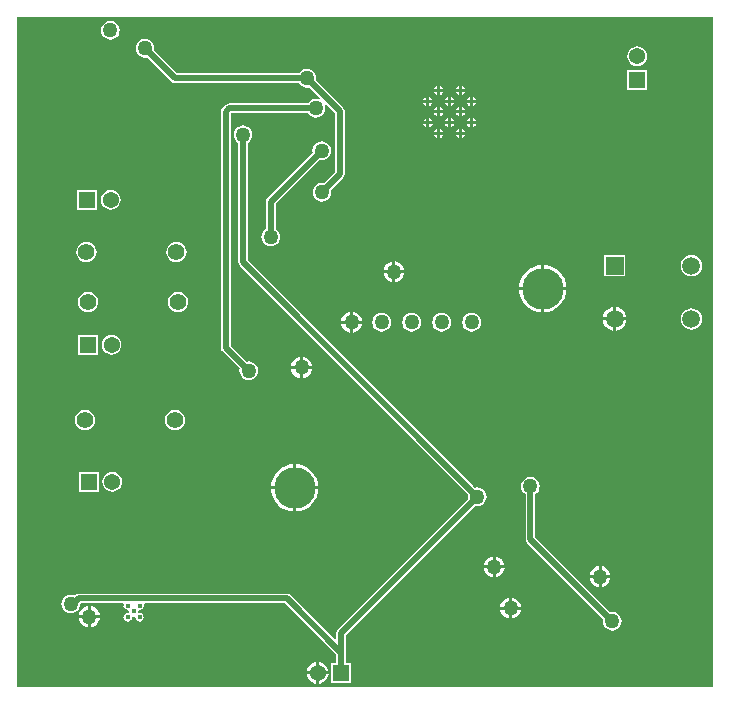
<source format=gbl>
G04*
G04 #@! TF.GenerationSoftware,Altium Limited,Altium Designer,20.1.14 (287)*
G04*
G04 Layer_Physical_Order=2*
G04 Layer_Color=16711680*
%FSLAX44Y44*%
%MOMM*%
G71*
G04*
G04 #@! TF.SameCoordinates,F73B8E14-7BBA-4DA7-B101-32C151AF21F3*
G04*
G04*
G04 #@! TF.FilePolarity,Positive*
G04*
G01*
G75*
%ADD62C,0.5000*%
%ADD65C,1.4980*%
%ADD66R,1.4980X1.4980*%
%ADD67C,0.3000*%
%ADD68R,1.3680X1.3680*%
%ADD69C,1.3680*%
%ADD70C,0.4000*%
%ADD71C,1.4000*%
%ADD72R,1.3680X1.3680*%
%ADD73C,1.2700*%
%ADD74C,3.5000*%
G36*
X643890Y5080D02*
X54610D01*
Y572770D01*
X643890D01*
Y5080D01*
D02*
G37*
%LPC*%
G36*
X133350Y569282D02*
X131294Y569011D01*
X129379Y568218D01*
X127734Y566956D01*
X126472Y565311D01*
X125679Y563396D01*
X125408Y561340D01*
X125679Y559285D01*
X126472Y557369D01*
X127734Y555724D01*
X129379Y554462D01*
X131294Y553669D01*
X133350Y553398D01*
X135406Y553669D01*
X137321Y554462D01*
X138966Y555724D01*
X140228Y557369D01*
X141021Y559285D01*
X141292Y561340D01*
X141021Y563396D01*
X140228Y565311D01*
X138966Y566956D01*
X137321Y568218D01*
X135406Y569011D01*
X133350Y569282D01*
D02*
G37*
G36*
X579374Y547612D02*
X577191Y547325D01*
X575156Y546482D01*
X573409Y545141D01*
X572068Y543394D01*
X571225Y541359D01*
X570938Y539176D01*
X571225Y536993D01*
X572068Y534958D01*
X573409Y533211D01*
X575156Y531870D01*
X577191Y531027D01*
X579374Y530740D01*
X581557Y531027D01*
X583592Y531870D01*
X585339Y533211D01*
X586680Y534958D01*
X587523Y536993D01*
X587810Y539176D01*
X587523Y541359D01*
X586680Y543394D01*
X585339Y545141D01*
X583592Y546482D01*
X581557Y547325D01*
X579374Y547612D01*
D02*
G37*
G36*
X431007Y514407D02*
Y511810D01*
X433604D01*
X433543Y512116D01*
X432650Y513453D01*
X431313Y514346D01*
X431007Y514407D01*
D02*
G37*
G36*
X428467D02*
X428161Y514346D01*
X426824Y513453D01*
X425931Y512116D01*
X425871Y511810D01*
X428467D01*
Y514407D01*
D02*
G37*
G36*
X412657D02*
Y511810D01*
X415253D01*
X415193Y512116D01*
X414300Y513453D01*
X412963Y514346D01*
X412657Y514407D01*
D02*
G37*
G36*
X410117D02*
X409811Y514346D01*
X408474Y513453D01*
X407581Y512116D01*
X407520Y511810D01*
X410117D01*
Y514407D01*
D02*
G37*
G36*
X587738Y527540D02*
X571010D01*
Y510812D01*
X587738D01*
Y527540D01*
D02*
G37*
G36*
X433604Y509270D02*
X431007D01*
Y506674D01*
X431313Y506734D01*
X432650Y507627D01*
X433543Y508964D01*
X433604Y509270D01*
D02*
G37*
G36*
X428467D02*
X425871D01*
X425931Y508964D01*
X426824Y507627D01*
X428161Y506734D01*
X428467Y506674D01*
Y509270D01*
D02*
G37*
G36*
X415253D02*
X412657D01*
Y506674D01*
X412963Y506734D01*
X414300Y507627D01*
X415193Y508964D01*
X415253Y509270D01*
D02*
G37*
G36*
X410117D02*
X407520D01*
X407581Y508964D01*
X408474Y507627D01*
X409811Y506734D01*
X410117Y506674D01*
Y509270D01*
D02*
G37*
G36*
X162560Y554042D02*
X160504Y553771D01*
X158589Y552978D01*
X156944Y551716D01*
X155682Y550071D01*
X154889Y548156D01*
X154618Y546100D01*
X154889Y544044D01*
X155682Y542129D01*
X156944Y540484D01*
X158589Y539222D01*
X160504Y538429D01*
X162560Y538158D01*
X164451Y538407D01*
X185059Y517799D01*
X186390Y516909D01*
X187960Y516597D01*
X292943D01*
X294104Y515084D01*
X295749Y513822D01*
X297665Y513029D01*
X299720Y512758D01*
X301611Y513007D01*
X310891Y503726D01*
X310172Y502650D01*
X309396Y502971D01*
X307340Y503242D01*
X305285Y502971D01*
X303369Y502178D01*
X301724Y500916D01*
X300563Y499403D01*
X234069D01*
X232499Y499090D01*
X231168Y498201D01*
X228239Y495272D01*
X227349Y493941D01*
X227037Y492371D01*
Y292354D01*
X227349Y290784D01*
X228239Y289453D01*
X242751Y274941D01*
X242502Y273050D01*
X242773Y270994D01*
X243566Y269079D01*
X244828Y267434D01*
X246473Y266172D01*
X248389Y265379D01*
X250444Y265108D01*
X252500Y265379D01*
X254415Y266172D01*
X256060Y267434D01*
X257322Y269079D01*
X258115Y270994D01*
X258386Y273050D01*
X258115Y275105D01*
X257322Y277021D01*
X256060Y278666D01*
X254415Y279928D01*
X252500Y280721D01*
X250444Y280992D01*
X248553Y280743D01*
X235243Y294053D01*
Y490672D01*
X235768Y491197D01*
X300563D01*
X301724Y489684D01*
X303369Y488422D01*
X305285Y487629D01*
X307340Y487358D01*
X309396Y487629D01*
X311311Y488422D01*
X312956Y489684D01*
X314218Y491329D01*
X315011Y493245D01*
X315282Y495300D01*
X315011Y497355D01*
X314690Y498132D01*
X315766Y498851D01*
X323557Y491061D01*
Y441119D01*
X314311Y431873D01*
X312420Y432122D01*
X310364Y431851D01*
X308449Y431058D01*
X306804Y429796D01*
X305542Y428151D01*
X304749Y426236D01*
X304478Y424180D01*
X304749Y422124D01*
X305542Y420209D01*
X306804Y418564D01*
X308449Y417302D01*
X310364Y416509D01*
X312420Y416238D01*
X314475Y416509D01*
X316391Y417302D01*
X318036Y418564D01*
X319298Y420209D01*
X320091Y422124D01*
X320362Y424180D01*
X320113Y426071D01*
X330561Y436519D01*
X331451Y437850D01*
X331763Y439420D01*
Y492760D01*
X331451Y494330D01*
X330561Y495661D01*
X307413Y518809D01*
X307662Y520700D01*
X307391Y522756D01*
X306598Y524671D01*
X305336Y526316D01*
X303691Y527578D01*
X301775Y528371D01*
X299720Y528642D01*
X297665Y528371D01*
X295749Y527578D01*
X294104Y526316D01*
X292943Y524803D01*
X189660D01*
X170253Y544209D01*
X170502Y546100D01*
X170231Y548156D01*
X169438Y550071D01*
X168176Y551716D01*
X166531Y552978D01*
X164615Y553771D01*
X162560Y554042D01*
D02*
G37*
G36*
X440182Y505232D02*
Y502635D01*
X442779D01*
X442718Y502941D01*
X441825Y504278D01*
X440488Y505171D01*
X440182Y505232D01*
D02*
G37*
G36*
X437642D02*
X437336Y505171D01*
X435999Y504278D01*
X435106Y502941D01*
X435046Y502635D01*
X437642D01*
Y505232D01*
D02*
G37*
G36*
X421832D02*
Y502635D01*
X424428D01*
X424368Y502941D01*
X423475Y504278D01*
X422138Y505171D01*
X421832Y505232D01*
D02*
G37*
G36*
X419292D02*
X418986Y505171D01*
X417649Y504278D01*
X416756Y502941D01*
X416696Y502635D01*
X419292D01*
Y505232D01*
D02*
G37*
G36*
X403482D02*
Y502635D01*
X406078D01*
X406018Y502941D01*
X405125Y504278D01*
X403788Y505171D01*
X403482Y505232D01*
D02*
G37*
G36*
X400942D02*
X400636Y505171D01*
X399299Y504278D01*
X398406Y502941D01*
X398345Y502635D01*
X400942D01*
Y505232D01*
D02*
G37*
G36*
X442779Y500095D02*
X440182D01*
Y497499D01*
X440488Y497559D01*
X441825Y498452D01*
X442718Y499789D01*
X442779Y500095D01*
D02*
G37*
G36*
X437642D02*
X435046D01*
X435106Y499789D01*
X435999Y498452D01*
X437336Y497559D01*
X437642Y497499D01*
Y500095D01*
D02*
G37*
G36*
X424428D02*
X421832D01*
Y497499D01*
X422138Y497559D01*
X423475Y498452D01*
X424368Y499789D01*
X424428Y500095D01*
D02*
G37*
G36*
X419292D02*
X416696D01*
X416756Y499789D01*
X417649Y498452D01*
X418986Y497559D01*
X419292Y497499D01*
Y500095D01*
D02*
G37*
G36*
X406078D02*
X403482D01*
Y497499D01*
X403788Y497559D01*
X405125Y498452D01*
X406018Y499789D01*
X406078Y500095D01*
D02*
G37*
G36*
X400942D02*
X398345D01*
X398406Y499789D01*
X399299Y498452D01*
X400636Y497559D01*
X400942Y497499D01*
Y500095D01*
D02*
G37*
G36*
X431007Y496057D02*
Y493460D01*
X433604D01*
X433543Y493766D01*
X432650Y495103D01*
X431313Y495996D01*
X431007Y496057D01*
D02*
G37*
G36*
X428467D02*
X428161Y495996D01*
X426824Y495103D01*
X425931Y493766D01*
X425871Y493460D01*
X428467D01*
Y496057D01*
D02*
G37*
G36*
X412657D02*
Y493460D01*
X415253D01*
X415193Y493766D01*
X414300Y495103D01*
X412963Y495996D01*
X412657Y496057D01*
D02*
G37*
G36*
X410117D02*
X409811Y495996D01*
X408474Y495103D01*
X407581Y493766D01*
X407520Y493460D01*
X410117D01*
Y496057D01*
D02*
G37*
G36*
X433604Y490920D02*
X431007D01*
Y488324D01*
X431313Y488384D01*
X432650Y489277D01*
X433543Y490614D01*
X433604Y490920D01*
D02*
G37*
G36*
X428467D02*
X425871D01*
X425931Y490614D01*
X426824Y489277D01*
X428161Y488384D01*
X428467Y488324D01*
Y490920D01*
D02*
G37*
G36*
X415253D02*
X412657D01*
Y488324D01*
X412963Y488384D01*
X414300Y489277D01*
X415193Y490614D01*
X415253Y490920D01*
D02*
G37*
G36*
X410117D02*
X407520D01*
X407581Y490614D01*
X408474Y489277D01*
X409811Y488384D01*
X410117Y488324D01*
Y490920D01*
D02*
G37*
G36*
X440182Y486881D02*
Y484285D01*
X442779D01*
X442718Y484591D01*
X441825Y485928D01*
X440488Y486821D01*
X440182Y486881D01*
D02*
G37*
G36*
X437642D02*
X437336Y486821D01*
X435999Y485928D01*
X435106Y484591D01*
X435046Y484285D01*
X437642D01*
Y486881D01*
D02*
G37*
G36*
X421832D02*
Y484285D01*
X424428D01*
X424368Y484591D01*
X423475Y485928D01*
X422138Y486821D01*
X421832Y486881D01*
D02*
G37*
G36*
X419292D02*
X418986Y486821D01*
X417649Y485928D01*
X416756Y484591D01*
X416696Y484285D01*
X419292D01*
Y486881D01*
D02*
G37*
G36*
X403482D02*
Y484285D01*
X406078D01*
X406018Y484591D01*
X405125Y485928D01*
X403788Y486821D01*
X403482Y486881D01*
D02*
G37*
G36*
X400942D02*
X400636Y486821D01*
X399299Y485928D01*
X398406Y484591D01*
X398345Y484285D01*
X400942D01*
Y486881D01*
D02*
G37*
G36*
X442779Y481745D02*
X440182D01*
Y479148D01*
X440488Y479209D01*
X441825Y480102D01*
X442718Y481439D01*
X442779Y481745D01*
D02*
G37*
G36*
X437642D02*
X435046D01*
X435106Y481439D01*
X435999Y480102D01*
X437336Y479209D01*
X437642Y479148D01*
Y481745D01*
D02*
G37*
G36*
X424428D02*
X421832D01*
Y479148D01*
X422138Y479209D01*
X423475Y480102D01*
X424368Y481439D01*
X424428Y481745D01*
D02*
G37*
G36*
X419292D02*
X416696D01*
X416756Y481439D01*
X417649Y480102D01*
X418986Y479209D01*
X419292Y479148D01*
Y481745D01*
D02*
G37*
G36*
X406078D02*
X403482D01*
Y479148D01*
X403788Y479209D01*
X405125Y480102D01*
X406018Y481439D01*
X406078Y481745D01*
D02*
G37*
G36*
X400942D02*
X398345D01*
X398406Y481439D01*
X399299Y480102D01*
X400636Y479209D01*
X400942Y479148D01*
Y481745D01*
D02*
G37*
G36*
X431007Y477706D02*
Y475110D01*
X433604D01*
X433543Y475416D01*
X432650Y476753D01*
X431313Y477646D01*
X431007Y477706D01*
D02*
G37*
G36*
X428467D02*
X428161Y477646D01*
X426824Y476753D01*
X425931Y475416D01*
X425871Y475110D01*
X428467D01*
Y477706D01*
D02*
G37*
G36*
X412657D02*
Y475110D01*
X415253D01*
X415193Y475416D01*
X414300Y476753D01*
X412963Y477646D01*
X412657Y477706D01*
D02*
G37*
G36*
X410117D02*
X409811Y477646D01*
X408474Y476753D01*
X407581Y475416D01*
X407520Y475110D01*
X410117D01*
Y477706D01*
D02*
G37*
G36*
X433604Y472570D02*
X431007D01*
Y469973D01*
X431313Y470034D01*
X432650Y470927D01*
X433543Y472264D01*
X433604Y472570D01*
D02*
G37*
G36*
X428467D02*
X425871D01*
X425931Y472264D01*
X426824Y470927D01*
X428161Y470034D01*
X428467Y469973D01*
Y472570D01*
D02*
G37*
G36*
X415253D02*
X412657D01*
Y469973D01*
X412963Y470034D01*
X414300Y470927D01*
X415193Y472264D01*
X415253Y472570D01*
D02*
G37*
G36*
X410117D02*
X407520D01*
X407581Y472264D01*
X408474Y470927D01*
X409811Y470034D01*
X410117Y469973D01*
Y472570D01*
D02*
G37*
G36*
X312166Y467174D02*
X310110Y466903D01*
X308195Y466110D01*
X306550Y464848D01*
X305288Y463203D01*
X304495Y461287D01*
X304224Y459232D01*
X304473Y457341D01*
X266125Y418993D01*
X265236Y417662D01*
X264923Y416092D01*
Y393111D01*
X263410Y391950D01*
X262148Y390305D01*
X261355Y388390D01*
X261084Y386334D01*
X261355Y384278D01*
X262148Y382363D01*
X263410Y380718D01*
X265055Y379456D01*
X266971Y378663D01*
X269026Y378392D01*
X271082Y378663D01*
X272997Y379456D01*
X274642Y380718D01*
X275904Y382363D01*
X276697Y384278D01*
X276968Y386334D01*
X276697Y388390D01*
X275904Y390305D01*
X274642Y391950D01*
X273129Y393111D01*
Y414393D01*
X310275Y451539D01*
X312166Y451290D01*
X314221Y451561D01*
X316137Y452354D01*
X317782Y453616D01*
X319044Y455261D01*
X319837Y457177D01*
X320108Y459232D01*
X319837Y461287D01*
X319044Y463203D01*
X317782Y464848D01*
X316137Y466110D01*
X314221Y466903D01*
X312166Y467174D01*
D02*
G37*
G36*
X122062Y426106D02*
X105334D01*
Y409378D01*
X122062D01*
Y426106D01*
D02*
G37*
G36*
X133698Y426178D02*
X131515Y425891D01*
X129480Y425048D01*
X127733Y423707D01*
X126392Y421960D01*
X125549Y419925D01*
X125262Y417742D01*
X125549Y415559D01*
X126392Y413524D01*
X127733Y411777D01*
X129480Y410436D01*
X131515Y409593D01*
X133698Y409306D01*
X135881Y409593D01*
X137916Y410436D01*
X139663Y411777D01*
X141004Y413524D01*
X141847Y415559D01*
X142134Y417742D01*
X141847Y419925D01*
X141004Y421960D01*
X139663Y423707D01*
X137916Y425048D01*
X135881Y425891D01*
X133698Y426178D01*
D02*
G37*
G36*
X189230Y381978D02*
X187005Y381685D01*
X184931Y380826D01*
X183151Y379459D01*
X181784Y377679D01*
X180925Y375605D01*
X180632Y373380D01*
X180925Y371155D01*
X181784Y369081D01*
X183151Y367301D01*
X184931Y365934D01*
X187005Y365075D01*
X189230Y364782D01*
X191455Y365075D01*
X193529Y365934D01*
X195309Y367301D01*
X196676Y369081D01*
X197535Y371155D01*
X197827Y373380D01*
X197535Y375605D01*
X196676Y377679D01*
X195309Y379459D01*
X193529Y380826D01*
X191455Y381685D01*
X189230Y381978D01*
D02*
G37*
G36*
X113030D02*
X110805Y381685D01*
X108731Y380826D01*
X106951Y379459D01*
X105584Y377679D01*
X104725Y375605D01*
X104432Y373380D01*
X104725Y371155D01*
X105584Y369081D01*
X106951Y367301D01*
X108731Y365934D01*
X110805Y365075D01*
X113030Y364782D01*
X115255Y365075D01*
X117329Y365934D01*
X119109Y367301D01*
X120476Y369081D01*
X121335Y371155D01*
X121628Y373380D01*
X121335Y375605D01*
X120476Y377679D01*
X119109Y379459D01*
X117329Y380826D01*
X115255Y381685D01*
X113030Y381978D01*
D02*
G37*
G36*
X374682Y365670D02*
Y358140D01*
X382211D01*
X382073Y359191D01*
X381177Y361353D01*
X379752Y363210D01*
X377895Y364635D01*
X375733Y365531D01*
X374682Y365670D01*
D02*
G37*
G36*
X372142D02*
X371091Y365531D01*
X368929Y364635D01*
X367072Y363210D01*
X365647Y361353D01*
X364751Y359191D01*
X364613Y358140D01*
X372142D01*
Y365670D01*
D02*
G37*
G36*
X569338Y370964D02*
X551310D01*
Y352936D01*
X569338D01*
Y370964D01*
D02*
G37*
G36*
X625324Y371042D02*
X622971Y370732D01*
X620778Y369824D01*
X618895Y368379D01*
X617450Y366496D01*
X616542Y364303D01*
X616232Y361950D01*
X616542Y359597D01*
X617450Y357404D01*
X618895Y355521D01*
X620778Y354076D01*
X622971Y353168D01*
X625324Y352858D01*
X627677Y353168D01*
X629870Y354076D01*
X631753Y355521D01*
X633198Y357404D01*
X634106Y359597D01*
X634416Y361950D01*
X634106Y364303D01*
X633198Y366496D01*
X631753Y368379D01*
X629870Y369824D01*
X627677Y370732D01*
X625324Y371042D01*
D02*
G37*
G36*
X382211Y355600D02*
X374682D01*
Y348070D01*
X375733Y348209D01*
X377895Y349105D01*
X379752Y350530D01*
X381177Y352387D01*
X382073Y354549D01*
X382211Y355600D01*
D02*
G37*
G36*
X372142D02*
X364613D01*
X364751Y354549D01*
X365647Y352387D01*
X367072Y350530D01*
X368929Y349105D01*
X371091Y348209D01*
X372142Y348070D01*
Y355600D01*
D02*
G37*
G36*
X500634Y362658D02*
Y343916D01*
X519376D01*
X519114Y346575D01*
X517968Y350352D01*
X516107Y353834D01*
X513603Y356885D01*
X510551Y359389D01*
X507070Y361250D01*
X503293Y362396D01*
X500634Y362658D01*
D02*
G37*
G36*
X498094D02*
X495435Y362396D01*
X491658Y361250D01*
X488176Y359389D01*
X485125Y356885D01*
X482621Y353834D01*
X480760Y350352D01*
X479614Y346575D01*
X479352Y343916D01*
X498094D01*
Y362658D01*
D02*
G37*
G36*
X190500Y340067D02*
X188275Y339775D01*
X186201Y338916D01*
X184421Y337549D01*
X183054Y335769D01*
X182195Y333695D01*
X181903Y331470D01*
X182195Y329245D01*
X183054Y327171D01*
X184421Y325391D01*
X186201Y324024D01*
X188275Y323165D01*
X190500Y322873D01*
X192725Y323165D01*
X194799Y324024D01*
X196579Y325391D01*
X197946Y327171D01*
X198805Y329245D01*
X199097Y331470D01*
X198805Y333695D01*
X197946Y335769D01*
X196579Y337549D01*
X194799Y338916D01*
X192725Y339775D01*
X190500Y340067D01*
D02*
G37*
G36*
X114300D02*
X112075Y339775D01*
X110001Y338916D01*
X108221Y337549D01*
X106854Y335769D01*
X105995Y333695D01*
X105702Y331470D01*
X105995Y329245D01*
X106854Y327171D01*
X108221Y325391D01*
X110001Y324024D01*
X112075Y323165D01*
X114300Y322873D01*
X116525Y323165D01*
X118599Y324024D01*
X120379Y325391D01*
X121746Y327171D01*
X122605Y329245D01*
X122898Y331470D01*
X122605Y333695D01*
X121746Y335769D01*
X120379Y337549D01*
X118599Y338916D01*
X116525Y339775D01*
X114300Y340067D01*
D02*
G37*
G36*
X519376Y341376D02*
X500634D01*
Y322634D01*
X503293Y322896D01*
X507070Y324042D01*
X510551Y325903D01*
X513603Y328407D01*
X516107Y331459D01*
X517968Y334940D01*
X519114Y338717D01*
X519376Y341376D01*
D02*
G37*
G36*
X498094D02*
X479352D01*
X479614Y338717D01*
X480760Y334940D01*
X482621Y331459D01*
X485125Y328407D01*
X488176Y325903D01*
X491658Y324042D01*
X495435Y322896D01*
X498094Y322634D01*
Y341376D01*
D02*
G37*
G36*
X561594Y326899D02*
Y318220D01*
X570273D01*
X570096Y319568D01*
X569085Y322008D01*
X567477Y324104D01*
X565382Y325711D01*
X562942Y326722D01*
X561594Y326899D01*
D02*
G37*
G36*
X559054D02*
X557706Y326722D01*
X555266Y325711D01*
X553171Y324104D01*
X551563Y322008D01*
X550552Y319568D01*
X550375Y318220D01*
X559054D01*
Y326899D01*
D02*
G37*
G36*
X338836Y322998D02*
Y315468D01*
X346366D01*
X346227Y316519D01*
X345331Y318681D01*
X343906Y320538D01*
X342049Y321963D01*
X339887Y322859D01*
X338836Y322998D01*
D02*
G37*
G36*
X336296D02*
X335245Y322859D01*
X333083Y321963D01*
X331226Y320538D01*
X329801Y318681D01*
X328905Y316519D01*
X328767Y315468D01*
X336296D01*
Y322998D01*
D02*
G37*
G36*
X625324Y326042D02*
X622971Y325732D01*
X620778Y324824D01*
X618895Y323379D01*
X617450Y321496D01*
X616542Y319303D01*
X616232Y316950D01*
X616542Y314597D01*
X617450Y312404D01*
X618895Y310521D01*
X620778Y309076D01*
X622971Y308168D01*
X625324Y307858D01*
X627677Y308168D01*
X629870Y309076D01*
X631753Y310521D01*
X633198Y312404D01*
X634106Y314597D01*
X634416Y316950D01*
X634106Y319303D01*
X633198Y321496D01*
X631753Y323379D01*
X629870Y324824D01*
X627677Y325732D01*
X625324Y326042D01*
D02*
G37*
G36*
X570273Y315680D02*
X561594D01*
Y307001D01*
X562942Y307178D01*
X565382Y308189D01*
X567477Y309797D01*
X569085Y311892D01*
X570096Y314332D01*
X570273Y315680D01*
D02*
G37*
G36*
X559054D02*
X550375D01*
X550552Y314332D01*
X551563Y311892D01*
X553171Y309797D01*
X555266Y308189D01*
X557706Y307178D01*
X559054Y307001D01*
Y315680D01*
D02*
G37*
G36*
X439170Y322142D02*
X437114Y321871D01*
X435199Y321078D01*
X433554Y319816D01*
X432292Y318171D01*
X431499Y316255D01*
X431228Y314200D01*
X431499Y312145D01*
X432292Y310229D01*
X433554Y308584D01*
X435199Y307322D01*
X437114Y306529D01*
X439170Y306258D01*
X441226Y306529D01*
X443141Y307322D01*
X444786Y308584D01*
X446048Y310229D01*
X446841Y312145D01*
X447112Y314200D01*
X446841Y316255D01*
X446048Y318171D01*
X444786Y319816D01*
X443141Y321078D01*
X441226Y321871D01*
X439170Y322142D01*
D02*
G37*
G36*
X413770D02*
X411715Y321871D01*
X409799Y321078D01*
X408154Y319816D01*
X406892Y318171D01*
X406099Y316255D01*
X405828Y314200D01*
X406099Y312145D01*
X406892Y310229D01*
X408154Y308584D01*
X409799Y307322D01*
X411715Y306529D01*
X413770Y306258D01*
X415826Y306529D01*
X417741Y307322D01*
X419386Y308584D01*
X420648Y310229D01*
X421441Y312145D01*
X421712Y314200D01*
X421441Y316255D01*
X420648Y318171D01*
X419386Y319816D01*
X417741Y321078D01*
X415826Y321871D01*
X413770Y322142D01*
D02*
G37*
G36*
X362966D02*
X360910Y321871D01*
X358995Y321078D01*
X357350Y319816D01*
X356088Y318171D01*
X355295Y316255D01*
X355024Y314200D01*
X355295Y312145D01*
X356088Y310229D01*
X357350Y308584D01*
X358995Y307322D01*
X360910Y306529D01*
X362966Y306258D01*
X365022Y306529D01*
X366937Y307322D01*
X368582Y308584D01*
X369844Y310229D01*
X370637Y312145D01*
X370908Y314200D01*
X370637Y316255D01*
X369844Y318171D01*
X368582Y319816D01*
X366937Y321078D01*
X365022Y321871D01*
X362966Y322142D01*
D02*
G37*
G36*
X388370Y322140D02*
X386315Y321869D01*
X384399Y321076D01*
X382754Y319814D01*
X381492Y318169D01*
X380699Y316254D01*
X380428Y314198D01*
X380699Y312143D01*
X381492Y310227D01*
X382754Y308582D01*
X384399Y307320D01*
X386315Y306527D01*
X388370Y306256D01*
X390425Y306527D01*
X392341Y307320D01*
X393986Y308582D01*
X395248Y310227D01*
X396041Y312143D01*
X396312Y314198D01*
X396041Y316254D01*
X395248Y318169D01*
X393986Y319814D01*
X392341Y321076D01*
X390425Y321869D01*
X388370Y322140D01*
D02*
G37*
G36*
X346366Y312928D02*
X338836D01*
Y305399D01*
X339887Y305537D01*
X342049Y306433D01*
X343906Y307858D01*
X345331Y309715D01*
X346227Y311877D01*
X346366Y312928D01*
D02*
G37*
G36*
X336296D02*
X328767D01*
X328905Y311877D01*
X329801Y309715D01*
X331226Y307858D01*
X333083Y306433D01*
X335245Y305537D01*
X336296Y305399D01*
Y312928D01*
D02*
G37*
G36*
X122664Y303512D02*
X105936D01*
Y286784D01*
X122664D01*
Y303512D01*
D02*
G37*
G36*
X134300Y303584D02*
X132117Y303297D01*
X130082Y302454D01*
X128335Y301113D01*
X126994Y299366D01*
X126151Y297331D01*
X125864Y295148D01*
X126151Y292965D01*
X126994Y290930D01*
X128335Y289183D01*
X130082Y287842D01*
X132117Y286999D01*
X134300Y286712D01*
X136483Y286999D01*
X138518Y287842D01*
X140265Y289183D01*
X141606Y290930D01*
X142449Y292965D01*
X142736Y295148D01*
X142449Y297331D01*
X141606Y299366D01*
X140265Y301113D01*
X138518Y302454D01*
X136483Y303297D01*
X134300Y303584D01*
D02*
G37*
G36*
X296418Y284643D02*
Y277114D01*
X303948D01*
X303809Y278165D01*
X302913Y280327D01*
X301488Y282184D01*
X299631Y283609D01*
X297469Y284505D01*
X296418Y284643D01*
D02*
G37*
G36*
X293878D02*
X292827Y284505D01*
X290665Y283609D01*
X288808Y282184D01*
X287383Y280327D01*
X286487Y278165D01*
X286348Y277114D01*
X293878D01*
Y284643D01*
D02*
G37*
G36*
X303948Y274574D02*
X296418D01*
Y267045D01*
X297469Y267183D01*
X299631Y268079D01*
X301488Y269504D01*
X302913Y271361D01*
X303809Y273523D01*
X303948Y274574D01*
D02*
G37*
G36*
X293878D02*
X286348D01*
X286487Y273523D01*
X287383Y271361D01*
X288808Y269504D01*
X290665Y268079D01*
X292827Y267183D01*
X293878Y267045D01*
Y274574D01*
D02*
G37*
G36*
X187960Y239737D02*
X185735Y239445D01*
X183661Y238586D01*
X181881Y237219D01*
X180514Y235439D01*
X179655Y233365D01*
X179363Y231140D01*
X179655Y228915D01*
X180514Y226841D01*
X181881Y225061D01*
X183661Y223694D01*
X185735Y222835D01*
X187960Y222542D01*
X190185Y222835D01*
X192259Y223694D01*
X194039Y225061D01*
X195406Y226841D01*
X196265Y228915D01*
X196558Y231140D01*
X196265Y233365D01*
X195406Y235439D01*
X194039Y237219D01*
X192259Y238586D01*
X190185Y239445D01*
X187960Y239737D01*
D02*
G37*
G36*
X111760D02*
X109535Y239445D01*
X107461Y238586D01*
X105681Y237219D01*
X104314Y235439D01*
X103455Y233365D01*
X103162Y231140D01*
X103455Y228915D01*
X104314Y226841D01*
X105681Y225061D01*
X107461Y223694D01*
X109535Y222835D01*
X111760Y222542D01*
X113985Y222835D01*
X116059Y223694D01*
X117839Y225061D01*
X119206Y226841D01*
X120065Y228915D01*
X120358Y231140D01*
X120065Y233365D01*
X119206Y235439D01*
X117839Y237219D01*
X116059Y238586D01*
X113985Y239445D01*
X111760Y239737D01*
D02*
G37*
G36*
X290576Y194002D02*
Y175260D01*
X309318D01*
X309056Y177918D01*
X307910Y181696D01*
X306049Y185177D01*
X303545Y188229D01*
X300494Y190733D01*
X297012Y192594D01*
X293235Y193740D01*
X290576Y194002D01*
D02*
G37*
G36*
X288036D02*
X285378Y193740D01*
X281600Y192594D01*
X278118Y190733D01*
X275067Y188229D01*
X272563Y185177D01*
X270702Y181696D01*
X269556Y177918D01*
X269294Y175260D01*
X288036D01*
Y194002D01*
D02*
G37*
G36*
X123332Y187346D02*
X106604D01*
Y170618D01*
X123332D01*
Y187346D01*
D02*
G37*
G36*
X134968Y187418D02*
X132785Y187131D01*
X130750Y186288D01*
X129003Y184947D01*
X127662Y183200D01*
X126819Y181165D01*
X126532Y178982D01*
X126819Y176799D01*
X127662Y174764D01*
X129003Y173017D01*
X130750Y171676D01*
X132785Y170833D01*
X134968Y170546D01*
X137151Y170833D01*
X139186Y171676D01*
X140933Y173017D01*
X142274Y174764D01*
X143117Y176799D01*
X143404Y178982D01*
X143117Y181165D01*
X142274Y183200D01*
X140933Y184947D01*
X139186Y186288D01*
X137151Y187131D01*
X134968Y187418D01*
D02*
G37*
G36*
X245618Y480890D02*
X243563Y480619D01*
X241647Y479826D01*
X240002Y478564D01*
X238740Y476919D01*
X237947Y475004D01*
X237676Y472948D01*
X237947Y470892D01*
X238740Y468977D01*
X240002Y467332D01*
X241515Y466171D01*
Y364744D01*
X241828Y363174D01*
X242717Y361843D01*
X436299Y168261D01*
X436050Y166370D01*
X436299Y164479D01*
X325869Y54049D01*
X324980Y52718D01*
X324667Y51148D01*
Y45974D01*
X323494Y45489D01*
X285839Y83143D01*
X284508Y84032D01*
X282938Y84345D01*
X106570D01*
X105000Y84032D01*
X103668Y83143D01*
X103129Y82604D01*
X101788Y83159D01*
X99732Y83430D01*
X97676Y83159D01*
X95761Y82366D01*
X94116Y81104D01*
X92854Y79459D01*
X92061Y77544D01*
X91790Y75488D01*
X92061Y73432D01*
X92854Y71517D01*
X94116Y69872D01*
X95761Y68610D01*
X97676Y67817D01*
X99732Y67546D01*
X101788Y67817D01*
X103703Y68610D01*
X105348Y69872D01*
X106610Y71517D01*
X107403Y73432D01*
X107674Y75488D01*
X108675Y76139D01*
X143626D01*
X144529Y74869D01*
X144399Y74218D01*
X144672Y72843D01*
X145451Y71677D01*
X146617Y70898D01*
X147992Y70625D01*
X148186Y70664D01*
X149159Y69802D01*
Y68634D01*
X148186Y67772D01*
X147992Y67811D01*
X146617Y67538D01*
X145451Y66759D01*
X144672Y65593D01*
X144399Y64218D01*
X144672Y62843D01*
X145451Y61677D01*
X146617Y60898D01*
X147992Y60625D01*
X149367Y60898D01*
X150533Y61677D01*
X151312Y62843D01*
X151585Y64218D01*
X151504Y64626D01*
X152584Y65706D01*
X152992Y65625D01*
X153400Y65706D01*
X154480Y64626D01*
X154399Y64218D01*
X154672Y62843D01*
X155451Y61677D01*
X156617Y60898D01*
X157992Y60625D01*
X159367Y60898D01*
X160533Y61677D01*
X161311Y62843D01*
X161585Y64218D01*
X161311Y65593D01*
X160533Y66759D01*
X159367Y67538D01*
X157992Y67811D01*
X157798Y67772D01*
X156825Y68634D01*
Y69802D01*
X157798Y70664D01*
X157992Y70625D01*
X159367Y70898D01*
X160533Y71677D01*
X161311Y72843D01*
X161585Y74218D01*
X161455Y74869D01*
X162358Y76139D01*
X281239D01*
X324667Y32711D01*
Y25724D01*
X320406D01*
Y8996D01*
X337134D01*
Y25724D01*
X332873D01*
Y34410D01*
Y49449D01*
X442101Y158677D01*
X443992Y158428D01*
X446048Y158699D01*
X447963Y159492D01*
X449608Y160754D01*
X450870Y162399D01*
X451663Y164314D01*
X451934Y166370D01*
X451663Y168426D01*
X450870Y170341D01*
X449608Y171986D01*
X447963Y173248D01*
X446048Y174041D01*
X443992Y174312D01*
X442101Y174063D01*
X249721Y366443D01*
Y466171D01*
X251234Y467332D01*
X252496Y468977D01*
X253289Y470892D01*
X253560Y472948D01*
X253289Y475004D01*
X252496Y476919D01*
X251234Y478564D01*
X249589Y479826D01*
X247673Y480619D01*
X245618Y480890D01*
D02*
G37*
G36*
X309318Y172720D02*
X290576D01*
Y153978D01*
X293235Y154240D01*
X297012Y155386D01*
X300494Y157247D01*
X303545Y159751D01*
X306049Y162803D01*
X307910Y166284D01*
X309056Y170061D01*
X309318Y172720D01*
D02*
G37*
G36*
X288036D02*
X269294D01*
X269556Y170061D01*
X270702Y166284D01*
X272563Y162803D01*
X275067Y159751D01*
X278118Y157247D01*
X281600Y155386D01*
X285378Y154240D01*
X288036Y153978D01*
Y172720D01*
D02*
G37*
G36*
X459486Y115733D02*
Y108204D01*
X467015D01*
X466877Y109255D01*
X465981Y111417D01*
X464556Y113274D01*
X462699Y114699D01*
X460537Y115595D01*
X459486Y115733D01*
D02*
G37*
G36*
X456946D02*
X455895Y115595D01*
X453733Y114699D01*
X451876Y113274D01*
X450451Y111417D01*
X449555Y109255D01*
X449417Y108204D01*
X456946D01*
Y115733D01*
D02*
G37*
G36*
X549148Y107605D02*
Y100076D01*
X556678D01*
X556539Y101127D01*
X555643Y103289D01*
X554218Y105146D01*
X552361Y106571D01*
X550199Y107467D01*
X549148Y107605D01*
D02*
G37*
G36*
X546608D02*
X545557Y107467D01*
X543395Y106571D01*
X541538Y105146D01*
X540113Y103289D01*
X539217Y101127D01*
X539078Y100076D01*
X546608D01*
Y107605D01*
D02*
G37*
G36*
X467015Y105664D02*
X459486D01*
Y98134D01*
X460537Y98273D01*
X462699Y99169D01*
X464556Y100594D01*
X465981Y102451D01*
X466877Y104613D01*
X467015Y105664D01*
D02*
G37*
G36*
X456946D02*
X449417D01*
X449555Y104613D01*
X450451Y102451D01*
X451876Y100594D01*
X453733Y99169D01*
X455895Y98273D01*
X456946Y98134D01*
Y105664D01*
D02*
G37*
G36*
X556678Y97536D02*
X549148D01*
Y90007D01*
X550199Y90145D01*
X552361Y91041D01*
X554218Y92466D01*
X555643Y94323D01*
X556539Y96485D01*
X556678Y97536D01*
D02*
G37*
G36*
X546608D02*
X539078D01*
X539217Y96485D01*
X540113Y94323D01*
X541538Y92466D01*
X543395Y91041D01*
X545557Y90145D01*
X546608Y90007D01*
Y97536D01*
D02*
G37*
G36*
X473456Y80935D02*
Y73406D01*
X480985D01*
X480847Y74457D01*
X479951Y76619D01*
X478526Y78476D01*
X476669Y79901D01*
X474507Y80797D01*
X473456Y80935D01*
D02*
G37*
G36*
X470916D02*
X469865Y80797D01*
X467703Y79901D01*
X465846Y78476D01*
X464421Y76619D01*
X463525Y74457D01*
X463386Y73406D01*
X470916D01*
Y80935D01*
D02*
G37*
G36*
X116750Y73619D02*
Y66090D01*
X124279D01*
X124141Y67141D01*
X123245Y69303D01*
X121820Y71160D01*
X119963Y72585D01*
X117801Y73481D01*
X116750Y73619D01*
D02*
G37*
G36*
X114210D02*
X113159Y73481D01*
X110997Y72585D01*
X109140Y71160D01*
X107715Y69303D01*
X106819Y67141D01*
X106680Y66090D01*
X114210D01*
Y73619D01*
D02*
G37*
G36*
X480985Y70866D02*
X473456D01*
Y63337D01*
X474507Y63475D01*
X476669Y64371D01*
X478526Y65796D01*
X479951Y67653D01*
X480847Y69815D01*
X480985Y70866D01*
D02*
G37*
G36*
X470916D02*
X463386D01*
X463525Y69815D01*
X464421Y67653D01*
X465846Y65796D01*
X467703Y64371D01*
X469865Y63475D01*
X470916Y63337D01*
Y70866D01*
D02*
G37*
G36*
X124279Y63550D02*
X116750D01*
Y56020D01*
X117801Y56159D01*
X119963Y57055D01*
X121820Y58480D01*
X123245Y60337D01*
X124141Y62499D01*
X124279Y63550D01*
D02*
G37*
G36*
X114210D02*
X106680D01*
X106819Y62499D01*
X107715Y60337D01*
X109140Y58480D01*
X110997Y57055D01*
X113159Y56159D01*
X114210Y56020D01*
Y63550D01*
D02*
G37*
G36*
X488950Y183202D02*
X486894Y182931D01*
X484979Y182138D01*
X483334Y180876D01*
X482072Y179231D01*
X481279Y177316D01*
X481008Y175260D01*
X481279Y173204D01*
X482072Y171289D01*
X483334Y169644D01*
X484847Y168483D01*
Y130302D01*
X485159Y128732D01*
X486049Y127401D01*
X550599Y62851D01*
X550350Y60960D01*
X550621Y58905D01*
X551414Y56989D01*
X552676Y55344D01*
X554321Y54082D01*
X556236Y53289D01*
X558292Y53018D01*
X560348Y53289D01*
X562263Y54082D01*
X563908Y55344D01*
X565170Y56989D01*
X565963Y58905D01*
X566234Y60960D01*
X565963Y63015D01*
X565170Y64931D01*
X563908Y66576D01*
X562263Y67838D01*
X560348Y68631D01*
X558292Y68902D01*
X556401Y68653D01*
X493053Y132001D01*
Y168483D01*
X494566Y169644D01*
X495828Y171289D01*
X496621Y173204D01*
X496892Y175260D01*
X496621Y177316D01*
X495828Y179231D01*
X494566Y180876D01*
X492921Y182138D01*
X491006Y182931D01*
X488950Y183202D01*
D02*
G37*
G36*
X310040Y26654D02*
Y18630D01*
X318064D01*
X317909Y19809D01*
X316963Y22090D01*
X315460Y24050D01*
X313500Y25553D01*
X311219Y26499D01*
X310040Y26654D01*
D02*
G37*
G36*
X307500Y26654D02*
X306321Y26499D01*
X304039Y25553D01*
X302080Y24050D01*
X300577Y22090D01*
X299631Y19809D01*
X299476Y18630D01*
X307500D01*
Y26654D01*
D02*
G37*
G36*
X318064Y16090D02*
X310040D01*
Y8066D01*
X311219Y8221D01*
X313500Y9167D01*
X315460Y10670D01*
X316963Y12629D01*
X317909Y14911D01*
X318064Y16090D01*
D02*
G37*
G36*
X307500D02*
X299476D01*
X299631Y14911D01*
X300577Y12629D01*
X302080Y10670D01*
X304039Y9167D01*
X306321Y8221D01*
X307500Y8066D01*
Y16090D01*
D02*
G37*
%LPD*%
D62*
X328770Y51148D02*
X443992Y166370D01*
X328770Y34410D02*
Y51148D01*
X488950Y130302D02*
Y175260D01*
Y130302D02*
X558292Y60960D01*
X328770Y17360D02*
Y34410D01*
X443992Y166370D02*
Y166370D01*
X245618Y364744D02*
Y472948D01*
Y364744D02*
X443992Y166370D01*
X115480Y64693D02*
Y64820D01*
X231140Y492371D02*
X234069Y495300D01*
X231140Y292354D02*
Y492371D01*
X234069Y495300D02*
X307340D01*
X231140Y292354D02*
X250444Y273050D01*
X187960Y520700D02*
X299720D01*
X162560Y546100D02*
X187960Y520700D01*
X299720D02*
X327660Y492760D01*
X312420Y424180D02*
X327660Y439420D01*
Y492760D01*
X269026Y386334D02*
Y416092D01*
X312166Y459232D01*
X106570Y80242D02*
X282938D01*
X328770Y34410D01*
X99732Y75488D02*
X101816D01*
X106570Y80242D01*
D65*
X560324Y316950D02*
D03*
X625324D02*
D03*
Y361950D02*
D03*
D66*
X560324D02*
D03*
D67*
X411387Y510540D02*
D03*
X429737D02*
D03*
X402212Y501365D02*
D03*
X420562D02*
D03*
X438912D02*
D03*
X411387Y492190D02*
D03*
X429737D02*
D03*
X402212Y483015D02*
D03*
X420562D02*
D03*
X438912D02*
D03*
X411387Y473840D02*
D03*
X429737D02*
D03*
D68*
X114300Y295148D02*
D03*
X328770Y17360D02*
D03*
X114968Y178982D02*
D03*
X113698Y417742D02*
D03*
D69*
X134300Y295148D02*
D03*
X308770Y17360D02*
D03*
X579374Y539176D02*
D03*
X134968Y178982D02*
D03*
X133698Y417742D02*
D03*
D70*
X157992Y64218D02*
D03*
X147992D02*
D03*
X152992Y69218D02*
D03*
X147992Y74218D02*
D03*
X157992D02*
D03*
D71*
X113030Y373380D02*
D03*
X189230D02*
D03*
X111760Y231140D02*
D03*
X187960D02*
D03*
X114300Y331470D02*
D03*
X190500D02*
D03*
D72*
X579374Y519176D02*
D03*
D73*
X458216Y106934D02*
D03*
X472186Y72136D02*
D03*
X337566Y314198D02*
D03*
X362966Y314200D02*
D03*
X388370Y314198D02*
D03*
X413770Y314200D02*
D03*
X439170D02*
D03*
X488950Y175260D02*
D03*
X373412Y356870D02*
D03*
X312420Y424180D02*
D03*
X115480Y64820D02*
D03*
X307340Y495300D02*
D03*
X245618Y472948D02*
D03*
X312166Y459232D02*
D03*
X162560Y546100D02*
D03*
X299720Y520700D02*
D03*
X133350Y561340D02*
D03*
X295148Y275844D02*
D03*
X547878Y98806D02*
D03*
X269026Y386334D02*
D03*
X250444Y273050D02*
D03*
X443992Y166370D02*
D03*
X99732Y75488D02*
D03*
X558292Y60960D02*
D03*
D74*
X289306Y173990D02*
D03*
X499364Y342646D02*
D03*
M02*

</source>
